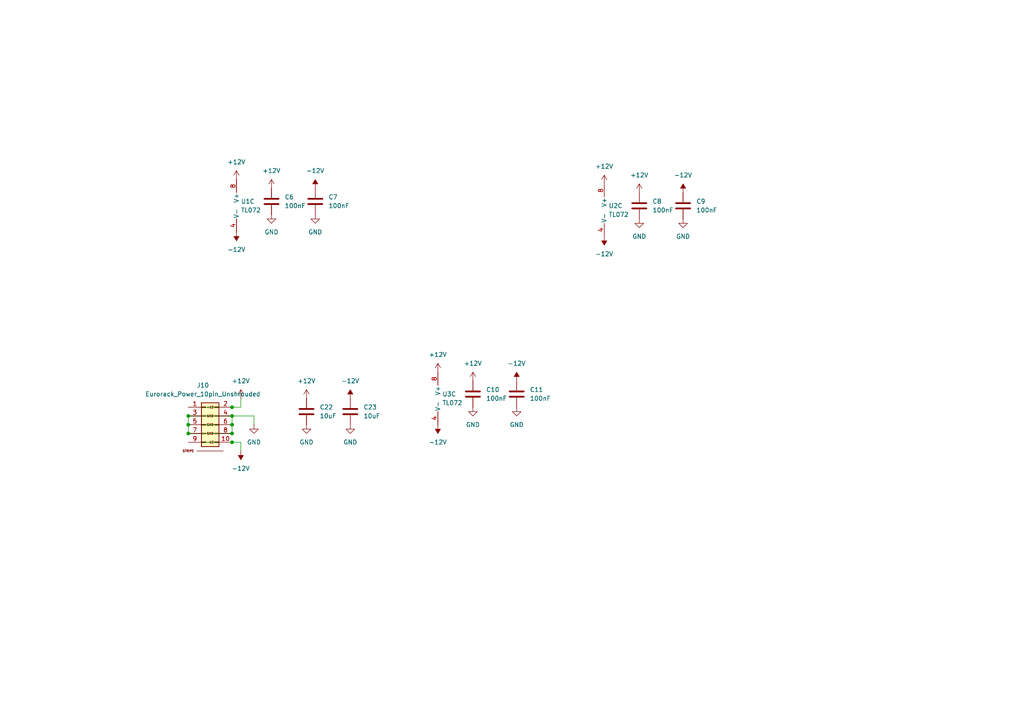
<source format=kicad_sch>
(kicad_sch
	(version 20231120)
	(generator "eeschema")
	(generator_version "8.0")
	(uuid "18517b59-2300-4175-9010-f737d91ca1d0")
	(paper "A4")
	(lib_symbols
		(symbol "Amplifier_Operational:TL082"
			(pin_names
				(offset 0.127)
			)
			(exclude_from_sim no)
			(in_bom yes)
			(on_board yes)
			(property "Reference" "U"
				(at 0 5.08 0)
				(effects
					(font
						(size 1.27 1.27)
					)
					(justify left)
				)
			)
			(property "Value" "TL082"
				(at 0 -5.08 0)
				(effects
					(font
						(size 1.27 1.27)
					)
					(justify left)
				)
			)
			(property "Footprint" ""
				(at 0 0 0)
				(effects
					(font
						(size 1.27 1.27)
					)
					(hide yes)
				)
			)
			(property "Datasheet" "http://www.ti.com/lit/ds/symlink/tl081.pdf"
				(at 0 0 0)
				(effects
					(font
						(size 1.27 1.27)
					)
					(hide yes)
				)
			)
			(property "Description" "Dual JFET-Input Operational Amplifiers, DIP-8/SOIC-8/SSOP-8"
				(at 0 0 0)
				(effects
					(font
						(size 1.27 1.27)
					)
					(hide yes)
				)
			)
			(property "ki_locked" ""
				(at 0 0 0)
				(effects
					(font
						(size 1.27 1.27)
					)
				)
			)
			(property "ki_keywords" "dual opamp"
				(at 0 0 0)
				(effects
					(font
						(size 1.27 1.27)
					)
					(hide yes)
				)
			)
			(property "ki_fp_filters" "SOIC*3.9x4.9mm*P1.27mm* DIP*W7.62mm* TO*99* OnSemi*Micro8* TSSOP*3x3mm*P0.65mm* TSSOP*4.4x3mm*P0.65mm* MSOP*3x3mm*P0.65mm* SSOP*3.9x4.9mm*P0.635mm* LFCSP*2x2mm*P0.5mm* *SIP* SOIC*5.3x6.2mm*P1.27mm*"
				(at 0 0 0)
				(effects
					(font
						(size 1.27 1.27)
					)
					(hide yes)
				)
			)
			(symbol "TL082_1_1"
				(polyline
					(pts
						(xy -5.08 5.08) (xy 5.08 0) (xy -5.08 -5.08) (xy -5.08 5.08)
					)
					(stroke
						(width 0.254)
						(type default)
					)
					(fill
						(type background)
					)
				)
				(pin output line
					(at 7.62 0 180)
					(length 2.54)
					(name "~"
						(effects
							(font
								(size 1.27 1.27)
							)
						)
					)
					(number "1"
						(effects
							(font
								(size 1.27 1.27)
							)
						)
					)
				)
				(pin input line
					(at -7.62 -2.54 0)
					(length 2.54)
					(name "-"
						(effects
							(font
								(size 1.27 1.27)
							)
						)
					)
					(number "2"
						(effects
							(font
								(size 1.27 1.27)
							)
						)
					)
				)
				(pin input line
					(at -7.62 2.54 0)
					(length 2.54)
					(name "+"
						(effects
							(font
								(size 1.27 1.27)
							)
						)
					)
					(number "3"
						(effects
							(font
								(size 1.27 1.27)
							)
						)
					)
				)
			)
			(symbol "TL082_2_1"
				(polyline
					(pts
						(xy -5.08 5.08) (xy 5.08 0) (xy -5.08 -5.08) (xy -5.08 5.08)
					)
					(stroke
						(width 0.254)
						(type default)
					)
					(fill
						(type background)
					)
				)
				(pin input line
					(at -7.62 2.54 0)
					(length 2.54)
					(name "+"
						(effects
							(font
								(size 1.27 1.27)
							)
						)
					)
					(number "5"
						(effects
							(font
								(size 1.27 1.27)
							)
						)
					)
				)
				(pin input line
					(at -7.62 -2.54 0)
					(length 2.54)
					(name "-"
						(effects
							(font
								(size 1.27 1.27)
							)
						)
					)
					(number "6"
						(effects
							(font
								(size 1.27 1.27)
							)
						)
					)
				)
				(pin output line
					(at 7.62 0 180)
					(length 2.54)
					(name "~"
						(effects
							(font
								(size 1.27 1.27)
							)
						)
					)
					(number "7"
						(effects
							(font
								(size 1.27 1.27)
							)
						)
					)
				)
			)
			(symbol "TL082_3_1"
				(pin power_in line
					(at -2.54 -7.62 90)
					(length 3.81)
					(name "V-"
						(effects
							(font
								(size 1.27 1.27)
							)
						)
					)
					(number "4"
						(effects
							(font
								(size 1.27 1.27)
							)
						)
					)
				)
				(pin power_in line
					(at -2.54 7.62 270)
					(length 3.81)
					(name "V+"
						(effects
							(font
								(size 1.27 1.27)
							)
						)
					)
					(number "8"
						(effects
							(font
								(size 1.27 1.27)
							)
						)
					)
				)
			)
		)
		(symbol "Device:C"
			(pin_numbers hide)
			(pin_names
				(offset 0.254)
			)
			(exclude_from_sim no)
			(in_bom yes)
			(on_board yes)
			(property "Reference" "C"
				(at 0.635 2.54 0)
				(effects
					(font
						(size 1.27 1.27)
					)
					(justify left)
				)
			)
			(property "Value" "C"
				(at 0.635 -2.54 0)
				(effects
					(font
						(size 1.27 1.27)
					)
					(justify left)
				)
			)
			(property "Footprint" ""
				(at 0.9652 -3.81 0)
				(effects
					(font
						(size 1.27 1.27)
					)
					(hide yes)
				)
			)
			(property "Datasheet" "~"
				(at 0 0 0)
				(effects
					(font
						(size 1.27 1.27)
					)
					(hide yes)
				)
			)
			(property "Description" "Unpolarized capacitor"
				(at 0 0 0)
				(effects
					(font
						(size 1.27 1.27)
					)
					(hide yes)
				)
			)
			(property "ki_keywords" "cap capacitor"
				(at 0 0 0)
				(effects
					(font
						(size 1.27 1.27)
					)
					(hide yes)
				)
			)
			(property "ki_fp_filters" "C_*"
				(at 0 0 0)
				(effects
					(font
						(size 1.27 1.27)
					)
					(hide yes)
				)
			)
			(symbol "C_0_1"
				(polyline
					(pts
						(xy -2.032 -0.762) (xy 2.032 -0.762)
					)
					(stroke
						(width 0.508)
						(type default)
					)
					(fill
						(type none)
					)
				)
				(polyline
					(pts
						(xy -2.032 0.762) (xy 2.032 0.762)
					)
					(stroke
						(width 0.508)
						(type default)
					)
					(fill
						(type none)
					)
				)
			)
			(symbol "C_1_1"
				(pin passive line
					(at 0 3.81 270)
					(length 2.794)
					(name "~"
						(effects
							(font
								(size 1.27 1.27)
							)
						)
					)
					(number "1"
						(effects
							(font
								(size 1.27 1.27)
							)
						)
					)
				)
				(pin passive line
					(at 0 -3.81 90)
					(length 2.794)
					(name "~"
						(effects
							(font
								(size 1.27 1.27)
							)
						)
					)
					(number "2"
						(effects
							(font
								(size 1.27 1.27)
							)
						)
					)
				)
			)
		)
		(symbol "PCM_4ms_Connector:Eurorack_Power_10pin_Unshrouded"
			(pin_names
				(offset 0.0254) hide)
			(exclude_from_sim no)
			(in_bom yes)
			(on_board yes)
			(property "Reference" "J"
				(at 0 3.81 0)
				(effects
					(font
						(size 1.27 1.27)
					)
				)
			)
			(property "Value" "Eurorack_Power_10pin_Unshrouded"
				(at 0 6.35 0)
				(effects
					(font
						(size 1.27 1.27)
					)
				)
			)
			(property "Footprint" "4ms_Connector:Pins_2x05_2.54mm_TH_Europower"
				(at 2.54 -13.97 0)
				(effects
					(font
						(size 1.27 1.27)
					)
					(hide yes)
				)
			)
			(property "Datasheet" ""
				(at 0 -30.48 0)
				(effects
					(font
						(size 1.27 1.27)
					)
					(hide yes)
				)
			)
			(property "Description" "HEADER 2x5 MALE PINS 0.100” 180deg"
				(at 0 0 0)
				(effects
					(font
						(size 1.27 1.27)
					)
					(hide yes)
				)
			)
			(property "Specifications" "HEADER 2x5 MALE PINS 0.100” 180deg"
				(at 0 -21.59 0)
				(effects
					(font
						(size 1.27 1.27)
					)
					(justify left)
					(hide yes)
				)
			)
			(property "Manufacturer" "TAD"
				(at 0 -19.05 0)
				(effects
					(font
						(size 1.27 1.27)
					)
					(justify left)
					(hide yes)
				)
			)
			(property "Part Number" "1-1002FBV0T"
				(at 0 -16.51 0)
				(effects
					(font
						(size 1.27 1.27)
					)
					(justify left)
					(hide yes)
				)
			)
			(property "ki_keywords" "Eurorack_Power_10pin_Unshrouded"
				(at 0 0 0)
				(effects
					(font
						(size 1.27 1.27)
					)
					(hide yes)
				)
			)
			(property "ki_fp_filters" "Pin_Header_Straight_2X* Pin_Header_Angled_2X* Socket_Strip_Straight_2X* Socket_Strip_Angled_2X* IDC_Header_Straight_*"
				(at 0 0 0)
				(effects
					(font
						(size 1.27 1.27)
					)
					(hide yes)
				)
			)
			(symbol "Eurorack_Power_10pin_Unshrouded_0_0"
				(text "+12"
					(at 0 1.27 0)
					(effects
						(font
							(size 0.635 0.635)
						)
					)
				)
				(text "-12"
					(at 0 -8.89 0)
					(effects
						(font
							(size 0.635 0.635)
						)
					)
				)
				(text "GND"
					(at 0 -6.35 0)
					(effects
						(font
							(size 0.635 0.635)
						)
					)
				)
				(text "GND"
					(at 0 -3.81 0)
					(effects
						(font
							(size 0.635 0.635)
						)
					)
				)
				(text "GND"
					(at 0 -1.27 0)
					(effects
						(font
							(size 0.635 0.635)
						)
					)
				)
				(text "STRIPE"
					(at -6.35 -11.43 0)
					(effects
						(font
							(size 0.635 0.635)
						)
					)
				)
			)
			(symbol "Eurorack_Power_10pin_Unshrouded_0_1"
				(rectangle
					(start -2.54 -10.16)
					(end 2.54 2.54)
					(stroke
						(width 0.254)
						(type default)
					)
					(fill
						(type background)
					)
				)
				(rectangle
					(start -2.54 -8.763)
					(end -1.27 -9.017)
					(stroke
						(width 0)
						(type default)
					)
					(fill
						(type none)
					)
				)
				(rectangle
					(start -2.54 -6.223)
					(end -1.27 -6.477)
					(stroke
						(width 0)
						(type default)
					)
					(fill
						(type none)
					)
				)
				(rectangle
					(start -2.54 -3.683)
					(end -1.27 -3.937)
					(stroke
						(width 0)
						(type default)
					)
					(fill
						(type none)
					)
				)
				(rectangle
					(start -2.54 -1.143)
					(end -1.27 -1.397)
					(stroke
						(width 0)
						(type default)
					)
					(fill
						(type none)
					)
				)
				(rectangle
					(start -2.54 1.397)
					(end -1.27 1.143)
					(stroke
						(width 0)
						(type default)
					)
					(fill
						(type none)
					)
				)
				(polyline
					(pts
						(xy -3.81 -11.43) (xy 3.81 -11.43) (xy 1.27 -11.43)
					)
					(stroke
						(width 0)
						(type default)
					)
					(fill
						(type none)
					)
				)
				(rectangle
					(start 1.27 -8.763)
					(end 2.54 -9.017)
					(stroke
						(width 0)
						(type default)
					)
					(fill
						(type none)
					)
				)
				(rectangle
					(start 1.27 -6.223)
					(end 2.54 -6.477)
					(stroke
						(width 0)
						(type default)
					)
					(fill
						(type none)
					)
				)
				(rectangle
					(start 1.27 -3.683)
					(end 2.54 -3.937)
					(stroke
						(width 0)
						(type default)
					)
					(fill
						(type none)
					)
				)
				(rectangle
					(start 1.27 -1.143)
					(end 2.54 -1.397)
					(stroke
						(width 0)
						(type default)
					)
					(fill
						(type none)
					)
				)
				(rectangle
					(start 1.27 1.397)
					(end 2.54 1.143)
					(stroke
						(width 0)
						(type default)
					)
					(fill
						(type none)
					)
				)
			)
			(symbol "Eurorack_Power_10pin_Unshrouded_1_1"
				(pin passive line
					(at -6.35 1.27 0)
					(length 3.81)
					(name "+12V"
						(effects
							(font
								(size 1.27 1.27)
							)
						)
					)
					(number "1"
						(effects
							(font
								(size 1.27 1.27)
							)
						)
					)
				)
				(pin passive line
					(at 6.35 -8.89 180)
					(length 3.81)
					(name "-12V"
						(effects
							(font
								(size 1.27 1.27)
							)
						)
					)
					(number "10"
						(effects
							(font
								(size 1.27 1.27)
							)
						)
					)
				)
				(pin passive line
					(at 6.35 1.27 180)
					(length 3.81)
					(name "+12V"
						(effects
							(font
								(size 1.27 1.27)
							)
						)
					)
					(number "2"
						(effects
							(font
								(size 1.27 1.27)
							)
						)
					)
				)
				(pin passive line
					(at -6.35 -1.27 0)
					(length 3.81)
					(name "GND"
						(effects
							(font
								(size 1.27 1.27)
							)
						)
					)
					(number "3"
						(effects
							(font
								(size 1.27 1.27)
							)
						)
					)
				)
				(pin passive line
					(at 6.35 -1.27 180)
					(length 3.81)
					(name "GND"
						(effects
							(font
								(size 1.27 1.27)
							)
						)
					)
					(number "4"
						(effects
							(font
								(size 1.27 1.27)
							)
						)
					)
				)
				(pin passive line
					(at -6.35 -3.81 0)
					(length 3.81)
					(name "GND"
						(effects
							(font
								(size 1.27 1.27)
							)
						)
					)
					(number "5"
						(effects
							(font
								(size 1.27 1.27)
							)
						)
					)
				)
				(pin passive line
					(at 6.35 -3.81 180)
					(length 3.81)
					(name "GND"
						(effects
							(font
								(size 1.27 1.27)
							)
						)
					)
					(number "6"
						(effects
							(font
								(size 1.27 1.27)
							)
						)
					)
				)
				(pin passive line
					(at -6.35 -6.35 0)
					(length 3.81)
					(name "GND"
						(effects
							(font
								(size 1.27 1.27)
							)
						)
					)
					(number "7"
						(effects
							(font
								(size 1.27 1.27)
							)
						)
					)
				)
				(pin passive line
					(at 6.35 -6.35 180)
					(length 3.81)
					(name "GND"
						(effects
							(font
								(size 1.27 1.27)
							)
						)
					)
					(number "8"
						(effects
							(font
								(size 1.27 1.27)
							)
						)
					)
				)
				(pin passive line
					(at -6.35 -8.89 0)
					(length 3.81)
					(name "-12V"
						(effects
							(font
								(size 1.27 1.27)
							)
						)
					)
					(number "9"
						(effects
							(font
								(size 1.27 1.27)
							)
						)
					)
				)
			)
		)
		(symbol "power:+12V"
			(power)
			(pin_numbers hide)
			(pin_names
				(offset 0) hide)
			(exclude_from_sim no)
			(in_bom yes)
			(on_board yes)
			(property "Reference" "#PWR"
				(at 0 -3.81 0)
				(effects
					(font
						(size 1.27 1.27)
					)
					(hide yes)
				)
			)
			(property "Value" "+12V"
				(at 0 3.556 0)
				(effects
					(font
						(size 1.27 1.27)
					)
				)
			)
			(property "Footprint" ""
				(at 0 0 0)
				(effects
					(font
						(size 1.27 1.27)
					)
					(hide yes)
				)
			)
			(property "Datasheet" ""
				(at 0 0 0)
				(effects
					(font
						(size 1.27 1.27)
					)
					(hide yes)
				)
			)
			(property "Description" "Power symbol creates a global label with name \"+12V\""
				(at 0 0 0)
				(effects
					(font
						(size 1.27 1.27)
					)
					(hide yes)
				)
			)
			(property "ki_keywords" "global power"
				(at 0 0 0)
				(effects
					(font
						(size 1.27 1.27)
					)
					(hide yes)
				)
			)
			(symbol "+12V_0_1"
				(polyline
					(pts
						(xy -0.762 1.27) (xy 0 2.54)
					)
					(stroke
						(width 0)
						(type default)
					)
					(fill
						(type none)
					)
				)
				(polyline
					(pts
						(xy 0 0) (xy 0 2.54)
					)
					(stroke
						(width 0)
						(type default)
					)
					(fill
						(type none)
					)
				)
				(polyline
					(pts
						(xy 0 2.54) (xy 0.762 1.27)
					)
					(stroke
						(width 0)
						(type default)
					)
					(fill
						(type none)
					)
				)
			)
			(symbol "+12V_1_1"
				(pin power_in line
					(at 0 0 90)
					(length 0)
					(name "~"
						(effects
							(font
								(size 1.27 1.27)
							)
						)
					)
					(number "1"
						(effects
							(font
								(size 1.27 1.27)
							)
						)
					)
				)
			)
		)
		(symbol "power:-12V"
			(power)
			(pin_numbers hide)
			(pin_names
				(offset 0) hide)
			(exclude_from_sim no)
			(in_bom yes)
			(on_board yes)
			(property "Reference" "#PWR"
				(at 0 -3.81 0)
				(effects
					(font
						(size 1.27 1.27)
					)
					(hide yes)
				)
			)
			(property "Value" "-12V"
				(at 0 3.556 0)
				(effects
					(font
						(size 1.27 1.27)
					)
				)
			)
			(property "Footprint" ""
				(at 0 0 0)
				(effects
					(font
						(size 1.27 1.27)
					)
					(hide yes)
				)
			)
			(property "Datasheet" ""
				(at 0 0 0)
				(effects
					(font
						(size 1.27 1.27)
					)
					(hide yes)
				)
			)
			(property "Description" "Power symbol creates a global label with name \"-12V\""
				(at 0 0 0)
				(effects
					(font
						(size 1.27 1.27)
					)
					(hide yes)
				)
			)
			(property "ki_keywords" "global power"
				(at 0 0 0)
				(effects
					(font
						(size 1.27 1.27)
					)
					(hide yes)
				)
			)
			(symbol "-12V_0_0"
				(pin power_in line
					(at 0 0 90)
					(length 0)
					(name "~"
						(effects
							(font
								(size 1.27 1.27)
							)
						)
					)
					(number "1"
						(effects
							(font
								(size 1.27 1.27)
							)
						)
					)
				)
			)
			(symbol "-12V_0_1"
				(polyline
					(pts
						(xy 0 0) (xy 0 1.27) (xy 0.762 1.27) (xy 0 2.54) (xy -0.762 1.27) (xy 0 1.27)
					)
					(stroke
						(width 0)
						(type default)
					)
					(fill
						(type outline)
					)
				)
			)
		)
		(symbol "power:GND"
			(power)
			(pin_numbers hide)
			(pin_names
				(offset 0) hide)
			(exclude_from_sim no)
			(in_bom yes)
			(on_board yes)
			(property "Reference" "#PWR"
				(at 0 -6.35 0)
				(effects
					(font
						(size 1.27 1.27)
					)
					(hide yes)
				)
			)
			(property "Value" "GND"
				(at 0 -3.81 0)
				(effects
					(font
						(size 1.27 1.27)
					)
				)
			)
			(property "Footprint" ""
				(at 0 0 0)
				(effects
					(font
						(size 1.27 1.27)
					)
					(hide yes)
				)
			)
			(property "Datasheet" ""
				(at 0 0 0)
				(effects
					(font
						(size 1.27 1.27)
					)
					(hide yes)
				)
			)
			(property "Description" "Power symbol creates a global label with name \"GND\" , ground"
				(at 0 0 0)
				(effects
					(font
						(size 1.27 1.27)
					)
					(hide yes)
				)
			)
			(property "ki_keywords" "global power"
				(at 0 0 0)
				(effects
					(font
						(size 1.27 1.27)
					)
					(hide yes)
				)
			)
			(symbol "GND_0_1"
				(polyline
					(pts
						(xy 0 0) (xy 0 -1.27) (xy 1.27 -1.27) (xy 0 -2.54) (xy -1.27 -1.27) (xy 0 -1.27)
					)
					(stroke
						(width 0)
						(type default)
					)
					(fill
						(type none)
					)
				)
			)
			(symbol "GND_1_1"
				(pin power_in line
					(at 0 0 270)
					(length 0)
					(name "~"
						(effects
							(font
								(size 1.27 1.27)
							)
						)
					)
					(number "1"
						(effects
							(font
								(size 1.27 1.27)
							)
						)
					)
				)
			)
		)
	)
	(junction
		(at 67.31 128.27)
		(diameter 0)
		(color 0 0 0 0)
		(uuid "6fa2bbdd-3374-4adc-a58e-d79056a5e1e9")
	)
	(junction
		(at 54.61 123.19)
		(diameter 0)
		(color 0 0 0 0)
		(uuid "79df0d67-32fb-4029-a001-2d0fc0f22b6e")
	)
	(junction
		(at 67.31 120.65)
		(diameter 0)
		(color 0 0 0 0)
		(uuid "9f936096-82f6-40d5-a69f-6bc1afdf9b05")
	)
	(junction
		(at 67.31 125.73)
		(diameter 0)
		(color 0 0 0 0)
		(uuid "b20130cd-1427-481b-a307-48fc7c3c38ee")
	)
	(junction
		(at 67.31 123.19)
		(diameter 0)
		(color 0 0 0 0)
		(uuid "d2077b12-bac6-4562-adbb-301ead282e00")
	)
	(junction
		(at 67.31 118.11)
		(diameter 0)
		(color 0 0 0 0)
		(uuid "f522b1fc-9f3e-44a1-8a6e-19608cfd8d9b")
	)
	(junction
		(at 54.61 120.65)
		(diameter 0)
		(color 0 0 0 0)
		(uuid "f6dd30a1-af3b-40ee-b2bd-cde9ce995afd")
	)
	(junction
		(at 54.61 125.73)
		(diameter 0)
		(color 0 0 0 0)
		(uuid "fd574b12-cefb-4136-b622-b210bdfea30b")
	)
	(wire
		(pts
			(xy 69.85 128.27) (xy 67.31 128.27)
		)
		(stroke
			(width 0)
			(type default)
		)
		(uuid "125f0aa1-7f8f-4973-a3ff-d939a547bba8")
	)
	(wire
		(pts
			(xy 73.66 123.19) (xy 73.66 120.65)
		)
		(stroke
			(width 0)
			(type default)
		)
		(uuid "33ab4f7a-037e-4110-b493-21b186312749")
	)
	(wire
		(pts
			(xy 54.61 123.19) (xy 54.61 125.73)
		)
		(stroke
			(width 0)
			(type default)
		)
		(uuid "4dba84ac-52b5-4baa-94be-a3bd6295087c")
	)
	(wire
		(pts
			(xy 73.66 120.65) (xy 67.31 120.65)
		)
		(stroke
			(width 0)
			(type default)
		)
		(uuid "4e21b14f-0d5c-48bd-888a-ce75d818ae3a")
	)
	(wire
		(pts
			(xy 67.31 120.65) (xy 67.31 123.19)
		)
		(stroke
			(width 0)
			(type default)
		)
		(uuid "7a1eeb34-ef73-4398-aed6-f2bf031517b1")
	)
	(wire
		(pts
			(xy 54.61 118.11) (xy 67.31 118.11)
		)
		(stroke
			(width 0)
			(type default)
		)
		(uuid "8c082b08-e464-4d8d-96f5-0a65f52829b4")
	)
	(wire
		(pts
			(xy 67.31 123.19) (xy 67.31 125.73)
		)
		(stroke
			(width 0)
			(type default)
		)
		(uuid "94010850-f2b9-438a-8213-506b3dcda3a1")
	)
	(wire
		(pts
			(xy 54.61 120.65) (xy 54.61 123.19)
		)
		(stroke
			(width 0)
			(type default)
		)
		(uuid "a0469c30-9511-458f-9eba-de4683283061")
	)
	(wire
		(pts
			(xy 69.85 118.11) (xy 67.31 118.11)
		)
		(stroke
			(width 0)
			(type default)
		)
		(uuid "bcf1f5e4-efba-45c9-96b6-5aac4efdcfc3")
	)
	(wire
		(pts
			(xy 54.61 120.65) (xy 67.31 120.65)
		)
		(stroke
			(width 0)
			(type default)
		)
		(uuid "c42303fc-9252-4a88-a315-f046180c685c")
	)
	(wire
		(pts
			(xy 69.85 115.57) (xy 69.85 118.11)
		)
		(stroke
			(width 0)
			(type default)
		)
		(uuid "d04f2f78-8540-421e-aeba-585fb85fb095")
	)
	(wire
		(pts
			(xy 69.85 130.81) (xy 69.85 128.27)
		)
		(stroke
			(width 0)
			(type default)
		)
		(uuid "df232cd7-3085-4a41-88f0-39106fc132be")
	)
	(wire
		(pts
			(xy 54.61 125.73) (xy 67.31 125.73)
		)
		(stroke
			(width 0)
			(type default)
		)
		(uuid "e9fb3f1b-7ba3-4be6-8087-7670d8912a64")
	)
	(wire
		(pts
			(xy 54.61 123.19) (xy 67.31 123.19)
		)
		(stroke
			(width 0)
			(type default)
		)
		(uuid "ee98c7d6-c6af-421b-9963-c9ab3fc44a7d")
	)
	(wire
		(pts
			(xy 54.61 128.27) (xy 67.31 128.27)
		)
		(stroke
			(width 0)
			(type default)
		)
		(uuid "f9b22aaf-1675-4a84-93c4-f1def85bd91c")
	)
	(symbol
		(lib_id "power:+12V")
		(at 137.16 110.49 0)
		(unit 1)
		(exclude_from_sim no)
		(in_bom yes)
		(on_board yes)
		(dnp no)
		(fields_autoplaced yes)
		(uuid "04e72af7-b467-4af7-864b-8554453d788c")
		(property "Reference" "#PWR028"
			(at 137.16 114.3 0)
			(effects
				(font
					(size 1.27 1.27)
				)
				(hide yes)
			)
		)
		(property "Value" "+12V"
			(at 137.16 105.41 0)
			(effects
				(font
					(size 1.27 1.27)
				)
			)
		)
		(property "Footprint" ""
			(at 137.16 110.49 0)
			(effects
				(font
					(size 1.27 1.27)
				)
				(hide yes)
			)
		)
		(property "Datasheet" ""
			(at 137.16 110.49 0)
			(effects
				(font
					(size 1.27 1.27)
				)
				(hide yes)
			)
		)
		(property "Description" "Power symbol creates a global label with name \"+12V\""
			(at 137.16 110.49 0)
			(effects
				(font
					(size 1.27 1.27)
				)
				(hide yes)
			)
		)
		(pin "1"
			(uuid "3e519212-2bba-48db-a6f4-05784cecafce")
		)
		(instances
			(project "bong0-fury"
				(path "/d7fbf0fc-2e72-47ef-ad93-715244ab8590/4e0b41a3-86c1-4208-9d4d-f11b07678021"
					(reference "#PWR028")
					(unit 1)
				)
			)
		)
	)
	(symbol
		(lib_id "power:GND")
		(at 88.9 123.19 0)
		(unit 1)
		(exclude_from_sim no)
		(in_bom yes)
		(on_board yes)
		(dnp no)
		(fields_autoplaced yes)
		(uuid "070b9ae1-d9be-4e69-b8b3-d0a7026f51f8")
		(property "Reference" "#PWR062"
			(at 88.9 129.54 0)
			(effects
				(font
					(size 1.27 1.27)
				)
				(hide yes)
			)
		)
		(property "Value" "GND"
			(at 88.9 128.27 0)
			(effects
				(font
					(size 1.27 1.27)
				)
			)
		)
		(property "Footprint" ""
			(at 88.9 123.19 0)
			(effects
				(font
					(size 1.27 1.27)
				)
				(hide yes)
			)
		)
		(property "Datasheet" ""
			(at 88.9 123.19 0)
			(effects
				(font
					(size 1.27 1.27)
				)
				(hide yes)
			)
		)
		(property "Description" "Power symbol creates a global label with name \"GND\" , ground"
			(at 88.9 123.19 0)
			(effects
				(font
					(size 1.27 1.27)
				)
				(hide yes)
			)
		)
		(pin "1"
			(uuid "46be13a1-893f-4593-b897-2ddd6ef06565")
		)
		(instances
			(project "bong0-fury"
				(path "/d7fbf0fc-2e72-47ef-ad93-715244ab8590/4e0b41a3-86c1-4208-9d4d-f11b07678021"
					(reference "#PWR062")
					(unit 1)
				)
			)
		)
	)
	(symbol
		(lib_id "power:GND")
		(at 185.42 63.5 0)
		(unit 1)
		(exclude_from_sim no)
		(in_bom yes)
		(on_board yes)
		(dnp no)
		(fields_autoplaced yes)
		(uuid "0d64d899-1ef5-4e34-b044-1549aaeda27d")
		(property "Reference" "#PWR023"
			(at 185.42 69.85 0)
			(effects
				(font
					(size 1.27 1.27)
				)
				(hide yes)
			)
		)
		(property "Value" "GND"
			(at 185.42 68.58 0)
			(effects
				(font
					(size 1.27 1.27)
				)
			)
		)
		(property "Footprint" ""
			(at 185.42 63.5 0)
			(effects
				(font
					(size 1.27 1.27)
				)
				(hide yes)
			)
		)
		(property "Datasheet" ""
			(at 185.42 63.5 0)
			(effects
				(font
					(size 1.27 1.27)
				)
				(hide yes)
			)
		)
		(property "Description" "Power symbol creates a global label with name \"GND\" , ground"
			(at 185.42 63.5 0)
			(effects
				(font
					(size 1.27 1.27)
				)
				(hide yes)
			)
		)
		(pin "1"
			(uuid "1a78a4ed-2d61-45aa-a2c6-82a927276cbc")
		)
		(instances
			(project "bong0-fury"
				(path "/d7fbf0fc-2e72-47ef-ad93-715244ab8590/4e0b41a3-86c1-4208-9d4d-f11b07678021"
					(reference "#PWR023")
					(unit 1)
				)
			)
		)
	)
	(symbol
		(lib_id "power:-12V")
		(at 69.85 130.81 180)
		(unit 1)
		(exclude_from_sim no)
		(in_bom yes)
		(on_board yes)
		(dnp no)
		(fields_autoplaced yes)
		(uuid "116ee637-3374-48b6-9337-09dc4b09c672")
		(property "Reference" "#PWR059"
			(at 69.85 127 0)
			(effects
				(font
					(size 1.27 1.27)
				)
				(hide yes)
			)
		)
		(property "Value" "-12V"
			(at 69.85 135.89 0)
			(effects
				(font
					(size 1.27 1.27)
				)
			)
		)
		(property "Footprint" ""
			(at 69.85 130.81 0)
			(effects
				(font
					(size 1.27 1.27)
				)
				(hide yes)
			)
		)
		(property "Datasheet" ""
			(at 69.85 130.81 0)
			(effects
				(font
					(size 1.27 1.27)
				)
				(hide yes)
			)
		)
		(property "Description" "Power symbol creates a global label with name \"-12V\""
			(at 69.85 130.81 0)
			(effects
				(font
					(size 1.27 1.27)
				)
				(hide yes)
			)
		)
		(pin "1"
			(uuid "944304be-314c-4e35-81ca-86e65f215f59")
		)
		(instances
			(project "bong0-fury"
				(path "/d7fbf0fc-2e72-47ef-ad93-715244ab8590/4e0b41a3-86c1-4208-9d4d-f11b07678021"
					(reference "#PWR059")
					(unit 1)
				)
			)
		)
	)
	(symbol
		(lib_id "Device:C")
		(at 88.9 119.38 0)
		(unit 1)
		(exclude_from_sim no)
		(in_bom yes)
		(on_board yes)
		(dnp no)
		(fields_autoplaced yes)
		(uuid "1478d195-c834-431f-9bdd-10572de434e2")
		(property "Reference" "C22"
			(at 92.71 118.1099 0)
			(effects
				(font
					(size 1.27 1.27)
				)
				(justify left)
			)
		)
		(property "Value" "10uF"
			(at 92.71 120.6499 0)
			(effects
				(font
					(size 1.27 1.27)
				)
				(justify left)
			)
		)
		(property "Footprint" "Capacitor_SMD:C_0603_1608Metric"
			(at 89.8652 123.19 0)
			(effects
				(font
					(size 1.27 1.27)
				)
				(hide yes)
			)
		)
		(property "Datasheet" "~"
			(at 88.9 119.38 0)
			(effects
				(font
					(size 1.27 1.27)
				)
				(hide yes)
			)
		)
		(property "Description" "Unpolarized capacitor"
			(at 88.9 119.38 0)
			(effects
				(font
					(size 1.27 1.27)
				)
				(hide yes)
			)
		)
		(pin "1"
			(uuid "251ba52a-69da-4c4c-a8c6-a08c629b3f51")
		)
		(pin "2"
			(uuid "53a1586e-19d8-4694-ba4d-b495ab647565")
		)
		(instances
			(project "bong0-fury"
				(path "/d7fbf0fc-2e72-47ef-ad93-715244ab8590/4e0b41a3-86c1-4208-9d4d-f11b07678021"
					(reference "C22")
					(unit 1)
				)
			)
		)
	)
	(symbol
		(lib_id "power:GND")
		(at 149.86 118.11 0)
		(unit 1)
		(exclude_from_sim no)
		(in_bom yes)
		(on_board yes)
		(dnp no)
		(fields_autoplaced yes)
		(uuid "170e668c-f538-4dd1-8888-aa27cdb69939")
		(property "Reference" "#PWR031"
			(at 149.86 124.46 0)
			(effects
				(font
					(size 1.27 1.27)
				)
				(hide yes)
			)
		)
		(property "Value" "GND"
			(at 149.86 123.19 0)
			(effects
				(font
					(size 1.27 1.27)
				)
			)
		)
		(property "Footprint" ""
			(at 149.86 118.11 0)
			(effects
				(font
					(size 1.27 1.27)
				)
				(hide yes)
			)
		)
		(property "Datasheet" ""
			(at 149.86 118.11 0)
			(effects
				(font
					(size 1.27 1.27)
				)
				(hide yes)
			)
		)
		(property "Description" "Power symbol creates a global label with name \"GND\" , ground"
			(at 149.86 118.11 0)
			(effects
				(font
					(size 1.27 1.27)
				)
				(hide yes)
			)
		)
		(pin "1"
			(uuid "797aedb6-7ac4-4c45-8508-d043f75a99d3")
		)
		(instances
			(project "bong0-fury"
				(path "/d7fbf0fc-2e72-47ef-ad93-715244ab8590/4e0b41a3-86c1-4208-9d4d-f11b07678021"
					(reference "#PWR031")
					(unit 1)
				)
			)
		)
	)
	(symbol
		(lib_id "Amplifier_Operational:TL082")
		(at 71.12 59.69 0)
		(unit 3)
		(exclude_from_sim no)
		(in_bom yes)
		(on_board yes)
		(dnp no)
		(fields_autoplaced yes)
		(uuid "18e50bac-269a-4f7e-9bba-1a915ac4740d")
		(property "Reference" "U1"
			(at 69.85 58.4199 0)
			(effects
				(font
					(size 1.27 1.27)
				)
				(justify left)
			)
		)
		(property "Value" "TL072"
			(at 69.85 60.9599 0)
			(effects
				(font
					(size 1.27 1.27)
				)
				(justify left)
			)
		)
		(property "Footprint" "Package_SO:TSSOP-8_4.4x3mm_P0.65mm"
			(at 71.12 59.69 0)
			(effects
				(font
					(size 1.27 1.27)
				)
				(hide yes)
			)
		)
		(property "Datasheet" "http://www.ti.com/lit/ds/symlink/tl081.pdf"
			(at 71.12 59.69 0)
			(effects
				(font
					(size 1.27 1.27)
				)
				(hide yes)
			)
		)
		(property "Description" "Dual JFET-Input Operational Amplifiers, DIP-8/SOIC-8/SSOP-8"
			(at 71.12 59.69 0)
			(effects
				(font
					(size 1.27 1.27)
				)
				(hide yes)
			)
		)
		(pin "8"
			(uuid "45508273-0ad5-40a5-b942-22c50dabce6c")
		)
		(pin "6"
			(uuid "783ea7b7-4431-4af1-a147-f69bdcf7bf33")
		)
		(pin "7"
			(uuid "effa49b1-f3f0-4f85-831d-bd8b1541bdb8")
		)
		(pin "4"
			(uuid "2371f85e-2a78-45c4-b84e-739e7623693f")
		)
		(pin "1"
			(uuid "306466d5-4743-425c-9d97-b09c12625392")
		)
		(pin "2"
			(uuid "8e183f16-92ea-40df-be01-1f4307cd4353")
		)
		(pin "3"
			(uuid "3c93d500-cbf8-4941-9fe0-5aa93c5afa44")
		)
		(pin "5"
			(uuid "1ab4951f-d901-43a4-88ce-5cd7e93ceb76")
		)
		(instances
			(project "bong0-fury"
				(path "/d7fbf0fc-2e72-47ef-ad93-715244ab8590/4e0b41a3-86c1-4208-9d4d-f11b07678021"
					(reference "U1")
					(unit 3)
				)
			)
		)
	)
	(symbol
		(lib_id "power:-12V")
		(at 198.12 55.88 0)
		(unit 1)
		(exclude_from_sim no)
		(in_bom yes)
		(on_board yes)
		(dnp no)
		(fields_autoplaced yes)
		(uuid "1e082da5-fe1a-4ab7-8f8c-aa0b8e7960c4")
		(property "Reference" "#PWR024"
			(at 198.12 59.69 0)
			(effects
				(font
					(size 1.27 1.27)
				)
				(hide yes)
			)
		)
		(property "Value" "-12V"
			(at 198.12 50.8 0)
			(effects
				(font
					(size 1.27 1.27)
				)
			)
		)
		(property "Footprint" ""
			(at 198.12 55.88 0)
			(effects
				(font
					(size 1.27 1.27)
				)
				(hide yes)
			)
		)
		(property "Datasheet" ""
			(at 198.12 55.88 0)
			(effects
				(font
					(size 1.27 1.27)
				)
				(hide yes)
			)
		)
		(property "Description" "Power symbol creates a global label with name \"-12V\""
			(at 198.12 55.88 0)
			(effects
				(font
					(size 1.27 1.27)
				)
				(hide yes)
			)
		)
		(pin "1"
			(uuid "7557c69c-6a47-4c62-9d76-1a84328d0cf4")
		)
		(instances
			(project "bong0-fury"
				(path "/d7fbf0fc-2e72-47ef-ad93-715244ab8590/4e0b41a3-86c1-4208-9d4d-f11b07678021"
					(reference "#PWR024")
					(unit 1)
				)
			)
		)
	)
	(symbol
		(lib_id "power:-12V")
		(at 68.58 67.31 180)
		(unit 1)
		(exclude_from_sim no)
		(in_bom yes)
		(on_board yes)
		(dnp no)
		(fields_autoplaced yes)
		(uuid "245d4920-ee16-4b4d-a056-b6009d556012")
		(property "Reference" "#PWR010"
			(at 68.58 63.5 0)
			(effects
				(font
					(size 1.27 1.27)
				)
				(hide yes)
			)
		)
		(property "Value" "-12V"
			(at 68.58 72.39 0)
			(effects
				(font
					(size 1.27 1.27)
				)
			)
		)
		(property "Footprint" ""
			(at 68.58 67.31 0)
			(effects
				(font
					(size 1.27 1.27)
				)
				(hide yes)
			)
		)
		(property "Datasheet" ""
			(at 68.58 67.31 0)
			(effects
				(font
					(size 1.27 1.27)
				)
				(hide yes)
			)
		)
		(property "Description" "Power symbol creates a global label with name \"-12V\""
			(at 68.58 67.31 0)
			(effects
				(font
					(size 1.27 1.27)
				)
				(hide yes)
			)
		)
		(pin "1"
			(uuid "ba6734dd-14d4-41ce-bfe4-31240ae099e2")
		)
		(instances
			(project "bong0-fury"
				(path "/d7fbf0fc-2e72-47ef-ad93-715244ab8590/4e0b41a3-86c1-4208-9d4d-f11b07678021"
					(reference "#PWR010")
					(unit 1)
				)
			)
		)
	)
	(symbol
		(lib_id "power:-12V")
		(at 149.86 110.49 0)
		(unit 1)
		(exclude_from_sim no)
		(in_bom yes)
		(on_board yes)
		(dnp no)
		(fields_autoplaced yes)
		(uuid "25c50a0d-8151-4e1d-b956-4e94bc608da3")
		(property "Reference" "#PWR030"
			(at 149.86 114.3 0)
			(effects
				(font
					(size 1.27 1.27)
				)
				(hide yes)
			)
		)
		(property "Value" "-12V"
			(at 149.86 105.41 0)
			(effects
				(font
					(size 1.27 1.27)
				)
			)
		)
		(property "Footprint" ""
			(at 149.86 110.49 0)
			(effects
				(font
					(size 1.27 1.27)
				)
				(hide yes)
			)
		)
		(property "Datasheet" ""
			(at 149.86 110.49 0)
			(effects
				(font
					(size 1.27 1.27)
				)
				(hide yes)
			)
		)
		(property "Description" "Power symbol creates a global label with name \"-12V\""
			(at 149.86 110.49 0)
			(effects
				(font
					(size 1.27 1.27)
				)
				(hide yes)
			)
		)
		(pin "1"
			(uuid "ccf4e4ed-f55f-4a3f-8c69-e035bc3d4355")
		)
		(instances
			(project "bong0-fury"
				(path "/d7fbf0fc-2e72-47ef-ad93-715244ab8590/4e0b41a3-86c1-4208-9d4d-f11b07678021"
					(reference "#PWR030")
					(unit 1)
				)
			)
		)
	)
	(symbol
		(lib_id "Device:C")
		(at 198.12 59.69 0)
		(unit 1)
		(exclude_from_sim no)
		(in_bom yes)
		(on_board yes)
		(dnp no)
		(fields_autoplaced yes)
		(uuid "294112b4-e4df-49d1-b1e1-431ade7b6d08")
		(property "Reference" "C9"
			(at 201.93 58.4199 0)
			(effects
				(font
					(size 1.27 1.27)
				)
				(justify left)
			)
		)
		(property "Value" "100nF"
			(at 201.93 60.9599 0)
			(effects
				(font
					(size 1.27 1.27)
				)
				(justify left)
			)
		)
		(property "Footprint" "Capacitor_SMD:C_0603_1608Metric"
			(at 199.0852 63.5 0)
			(effects
				(font
					(size 1.27 1.27)
				)
				(hide yes)
			)
		)
		(property "Datasheet" "~"
			(at 198.12 59.69 0)
			(effects
				(font
					(size 1.27 1.27)
				)
				(hide yes)
			)
		)
		(property "Description" "Unpolarized capacitor"
			(at 198.12 59.69 0)
			(effects
				(font
					(size 1.27 1.27)
				)
				(hide yes)
			)
		)
		(pin "1"
			(uuid "1752e4c9-86f9-48cb-bdaf-75323b5100e4")
		)
		(pin "2"
			(uuid "661684fd-12ff-488b-ab97-bf6c0537654a")
		)
		(instances
			(project "bong0-fury"
				(path "/d7fbf0fc-2e72-47ef-ad93-715244ab8590/4e0b41a3-86c1-4208-9d4d-f11b07678021"
					(reference "C9")
					(unit 1)
				)
			)
		)
	)
	(symbol
		(lib_id "Device:C")
		(at 78.74 58.42 0)
		(unit 1)
		(exclude_from_sim no)
		(in_bom yes)
		(on_board yes)
		(dnp no)
		(fields_autoplaced yes)
		(uuid "3018bad2-0093-4ed9-aee6-09c0f1d3088f")
		(property "Reference" "C6"
			(at 82.55 57.1499 0)
			(effects
				(font
					(size 1.27 1.27)
				)
				(justify left)
			)
		)
		(property "Value" "100nF"
			(at 82.55 59.6899 0)
			(effects
				(font
					(size 1.27 1.27)
				)
				(justify left)
			)
		)
		(property "Footprint" "Capacitor_SMD:C_0603_1608Metric"
			(at 79.7052 62.23 0)
			(effects
				(font
					(size 1.27 1.27)
				)
				(hide yes)
			)
		)
		(property "Datasheet" "~"
			(at 78.74 58.42 0)
			(effects
				(font
					(size 1.27 1.27)
				)
				(hide yes)
			)
		)
		(property "Description" "Unpolarized capacitor"
			(at 78.74 58.42 0)
			(effects
				(font
					(size 1.27 1.27)
				)
				(hide yes)
			)
		)
		(pin "1"
			(uuid "48eea93c-85f0-4412-9e56-9aecff67b5d1")
		)
		(pin "2"
			(uuid "13129cb4-353e-4d83-b8ec-04aaaa76f981")
		)
		(instances
			(project "bong0-fury"
				(path "/d7fbf0fc-2e72-47ef-ad93-715244ab8590/4e0b41a3-86c1-4208-9d4d-f11b07678021"
					(reference "C6")
					(unit 1)
				)
			)
		)
	)
	(symbol
		(lib_id "power:GND")
		(at 91.44 62.23 0)
		(unit 1)
		(exclude_from_sim no)
		(in_bom yes)
		(on_board yes)
		(dnp no)
		(fields_autoplaced yes)
		(uuid "32f2a037-e84a-48fd-9b20-a64a980644c9")
		(property "Reference" "#PWR016"
			(at 91.44 68.58 0)
			(effects
				(font
					(size 1.27 1.27)
				)
				(hide yes)
			)
		)
		(property "Value" "GND"
			(at 91.44 67.31 0)
			(effects
				(font
					(size 1.27 1.27)
				)
			)
		)
		(property "Footprint" ""
			(at 91.44 62.23 0)
			(effects
				(font
					(size 1.27 1.27)
				)
				(hide yes)
			)
		)
		(property "Datasheet" ""
			(at 91.44 62.23 0)
			(effects
				(font
					(size 1.27 1.27)
				)
				(hide yes)
			)
		)
		(property "Description" "Power symbol creates a global label with name \"GND\" , ground"
			(at 91.44 62.23 0)
			(effects
				(font
					(size 1.27 1.27)
				)
				(hide yes)
			)
		)
		(pin "1"
			(uuid "bd8f5525-4600-46b6-a568-3d1dd7813f83")
		)
		(instances
			(project "bong0-fury"
				(path "/d7fbf0fc-2e72-47ef-ad93-715244ab8590/4e0b41a3-86c1-4208-9d4d-f11b07678021"
					(reference "#PWR016")
					(unit 1)
				)
			)
		)
	)
	(symbol
		(lib_id "power:+12V")
		(at 69.85 115.57 0)
		(unit 1)
		(exclude_from_sim no)
		(in_bom yes)
		(on_board yes)
		(dnp no)
		(fields_autoplaced yes)
		(uuid "3665541b-7ac1-4649-8b9a-d66796014261")
		(property "Reference" "#PWR058"
			(at 69.85 119.38 0)
			(effects
				(font
					(size 1.27 1.27)
				)
				(hide yes)
			)
		)
		(property "Value" "+12V"
			(at 69.85 110.49 0)
			(effects
				(font
					(size 1.27 1.27)
				)
			)
		)
		(property "Footprint" ""
			(at 69.85 115.57 0)
			(effects
				(font
					(size 1.27 1.27)
				)
				(hide yes)
			)
		)
		(property "Datasheet" ""
			(at 69.85 115.57 0)
			(effects
				(font
					(size 1.27 1.27)
				)
				(hide yes)
			)
		)
		(property "Description" "Power symbol creates a global label with name \"+12V\""
			(at 69.85 115.57 0)
			(effects
				(font
					(size 1.27 1.27)
				)
				(hide yes)
			)
		)
		(pin "1"
			(uuid "7cd256bc-9fcc-49f5-8008-0e777cba1477")
		)
		(instances
			(project "bong0-fury"
				(path "/d7fbf0fc-2e72-47ef-ad93-715244ab8590/4e0b41a3-86c1-4208-9d4d-f11b07678021"
					(reference "#PWR058")
					(unit 1)
				)
			)
		)
	)
	(symbol
		(lib_id "power:GND")
		(at 198.12 63.5 0)
		(unit 1)
		(exclude_from_sim no)
		(in_bom yes)
		(on_board yes)
		(dnp no)
		(fields_autoplaced yes)
		(uuid "39769a05-57cd-42bb-950f-bdd7d0dc39be")
		(property "Reference" "#PWR025"
			(at 198.12 69.85 0)
			(effects
				(font
					(size 1.27 1.27)
				)
				(hide yes)
			)
		)
		(property "Value" "GND"
			(at 198.12 68.58 0)
			(effects
				(font
					(size 1.27 1.27)
				)
			)
		)
		(property "Footprint" ""
			(at 198.12 63.5 0)
			(effects
				(font
					(size 1.27 1.27)
				)
				(hide yes)
			)
		)
		(property "Datasheet" ""
			(at 198.12 63.5 0)
			(effects
				(font
					(size 1.27 1.27)
				)
				(hide yes)
			)
		)
		(property "Description" "Power symbol creates a global label with name \"GND\" , ground"
			(at 198.12 63.5 0)
			(effects
				(font
					(size 1.27 1.27)
				)
				(hide yes)
			)
		)
		(pin "1"
			(uuid "8636bb8e-f3e5-48bf-a576-204c5e34c118")
		)
		(instances
			(project "bong0-fury"
				(path "/d7fbf0fc-2e72-47ef-ad93-715244ab8590/4e0b41a3-86c1-4208-9d4d-f11b07678021"
					(reference "#PWR025")
					(unit 1)
				)
			)
		)
	)
	(symbol
		(lib_id "power:+12V")
		(at 185.42 55.88 0)
		(unit 1)
		(exclude_from_sim no)
		(in_bom yes)
		(on_board yes)
		(dnp no)
		(fields_autoplaced yes)
		(uuid "48491516-23d3-4187-a836-eae112df9e87")
		(property "Reference" "#PWR022"
			(at 185.42 59.69 0)
			(effects
				(font
					(size 1.27 1.27)
				)
				(hide yes)
			)
		)
		(property "Value" "+12V"
			(at 185.42 50.8 0)
			(effects
				(font
					(size 1.27 1.27)
				)
			)
		)
		(property "Footprint" ""
			(at 185.42 55.88 0)
			(effects
				(font
					(size 1.27 1.27)
				)
				(hide yes)
			)
		)
		(property "Datasheet" ""
			(at 185.42 55.88 0)
			(effects
				(font
					(size 1.27 1.27)
				)
				(hide yes)
			)
		)
		(property "Description" "Power symbol creates a global label with name \"+12V\""
			(at 185.42 55.88 0)
			(effects
				(font
					(size 1.27 1.27)
				)
				(hide yes)
			)
		)
		(pin "1"
			(uuid "7177711a-ee67-41b2-b960-ba46067505cb")
		)
		(instances
			(project "bong0-fury"
				(path "/d7fbf0fc-2e72-47ef-ad93-715244ab8590/4e0b41a3-86c1-4208-9d4d-f11b07678021"
					(reference "#PWR022")
					(unit 1)
				)
			)
		)
	)
	(symbol
		(lib_id "power:+12V")
		(at 175.26 53.34 0)
		(unit 1)
		(exclude_from_sim no)
		(in_bom yes)
		(on_board yes)
		(dnp no)
		(fields_autoplaced yes)
		(uuid "4dd41b3a-1acc-491f-a6a3-34eed66fe141")
		(property "Reference" "#PWR020"
			(at 175.26 57.15 0)
			(effects
				(font
					(size 1.27 1.27)
				)
				(hide yes)
			)
		)
		(property "Value" "+12V"
			(at 175.26 48.26 0)
			(effects
				(font
					(size 1.27 1.27)
				)
			)
		)
		(property "Footprint" ""
			(at 175.26 53.34 0)
			(effects
				(font
					(size 1.27 1.27)
				)
				(hide yes)
			)
		)
		(property "Datasheet" ""
			(at 175.26 53.34 0)
			(effects
				(font
					(size 1.27 1.27)
				)
				(hide yes)
			)
		)
		(property "Description" "Power symbol creates a global label with name \"+12V\""
			(at 175.26 53.34 0)
			(effects
				(font
					(size 1.27 1.27)
				)
				(hide yes)
			)
		)
		(pin "1"
			(uuid "715e760b-d5df-4744-8807-5ef482e4d145")
		)
		(instances
			(project "bong0-fury"
				(path "/d7fbf0fc-2e72-47ef-ad93-715244ab8590/4e0b41a3-86c1-4208-9d4d-f11b07678021"
					(reference "#PWR020")
					(unit 1)
				)
			)
		)
	)
	(symbol
		(lib_id "power:GND")
		(at 73.66 123.19 0)
		(unit 1)
		(exclude_from_sim no)
		(in_bom yes)
		(on_board yes)
		(dnp no)
		(fields_autoplaced yes)
		(uuid "56f8ebb1-d638-4863-be01-d6cc51961983")
		(property "Reference" "#PWR060"
			(at 73.66 129.54 0)
			(effects
				(font
					(size 1.27 1.27)
				)
				(hide yes)
			)
		)
		(property "Value" "GND"
			(at 73.66 128.27 0)
			(effects
				(font
					(size 1.27 1.27)
				)
			)
		)
		(property "Footprint" ""
			(at 73.66 123.19 0)
			(effects
				(font
					(size 1.27 1.27)
				)
				(hide yes)
			)
		)
		(property "Datasheet" ""
			(at 73.66 123.19 0)
			(effects
				(font
					(size 1.27 1.27)
				)
				(hide yes)
			)
		)
		(property "Description" "Power symbol creates a global label with name \"GND\" , ground"
			(at 73.66 123.19 0)
			(effects
				(font
					(size 1.27 1.27)
				)
				(hide yes)
			)
		)
		(pin "1"
			(uuid "80b65be0-a8a3-47b1-916c-ceef9e397b3c")
		)
		(instances
			(project "bong0-fury"
				(path "/d7fbf0fc-2e72-47ef-ad93-715244ab8590/4e0b41a3-86c1-4208-9d4d-f11b07678021"
					(reference "#PWR060")
					(unit 1)
				)
			)
		)
	)
	(symbol
		(lib_id "Device:C")
		(at 137.16 114.3 0)
		(unit 1)
		(exclude_from_sim no)
		(in_bom yes)
		(on_board yes)
		(dnp no)
		(fields_autoplaced yes)
		(uuid "5f816a6f-2879-40d4-9794-392b4dfc272a")
		(property "Reference" "C10"
			(at 140.97 113.0299 0)
			(effects
				(font
					(size 1.27 1.27)
				)
				(justify left)
			)
		)
		(property "Value" "100nF"
			(at 140.97 115.5699 0)
			(effects
				(font
					(size 1.27 1.27)
				)
				(justify left)
			)
		)
		(property "Footprint" "Capacitor_SMD:C_0603_1608Metric"
			(at 138.1252 118.11 0)
			(effects
				(font
					(size 1.27 1.27)
				)
				(hide yes)
			)
		)
		(property "Datasheet" "~"
			(at 137.16 114.3 0)
			(effects
				(font
					(size 1.27 1.27)
				)
				(hide yes)
			)
		)
		(property "Description" "Unpolarized capacitor"
			(at 137.16 114.3 0)
			(effects
				(font
					(size 1.27 1.27)
				)
				(hide yes)
			)
		)
		(pin "1"
			(uuid "f2691da8-d123-438e-a950-0982d9a3846c")
		)
		(pin "2"
			(uuid "8104adb6-726a-488a-9aa7-3be5f9e6a1ca")
		)
		(instances
			(project "bong0-fury"
				(path "/d7fbf0fc-2e72-47ef-ad93-715244ab8590/4e0b41a3-86c1-4208-9d4d-f11b07678021"
					(reference "C10")
					(unit 1)
				)
			)
		)
	)
	(symbol
		(lib_id "power:-12V")
		(at 91.44 54.61 0)
		(unit 1)
		(exclude_from_sim no)
		(in_bom yes)
		(on_board yes)
		(dnp no)
		(fields_autoplaced yes)
		(uuid "6e9eef38-88ae-4069-bc77-a5197e098ad7")
		(property "Reference" "#PWR015"
			(at 91.44 58.42 0)
			(effects
				(font
					(size 1.27 1.27)
				)
				(hide yes)
			)
		)
		(property "Value" "-12V"
			(at 91.44 49.53 0)
			(effects
				(font
					(size 1.27 1.27)
				)
			)
		)
		(property "Footprint" ""
			(at 91.44 54.61 0)
			(effects
				(font
					(size 1.27 1.27)
				)
				(hide yes)
			)
		)
		(property "Datasheet" ""
			(at 91.44 54.61 0)
			(effects
				(font
					(size 1.27 1.27)
				)
				(hide yes)
			)
		)
		(property "Description" "Power symbol creates a global label with name \"-12V\""
			(at 91.44 54.61 0)
			(effects
				(font
					(size 1.27 1.27)
				)
				(hide yes)
			)
		)
		(pin "1"
			(uuid "0b4cef44-8bd4-4717-ad5f-d2bbada0cca5")
		)
		(instances
			(project "bong0-fury"
				(path "/d7fbf0fc-2e72-47ef-ad93-715244ab8590/4e0b41a3-86c1-4208-9d4d-f11b07678021"
					(reference "#PWR015")
					(unit 1)
				)
			)
		)
	)
	(symbol
		(lib_id "Amplifier_Operational:TL082")
		(at 129.54 115.57 0)
		(unit 3)
		(exclude_from_sim no)
		(in_bom yes)
		(on_board yes)
		(dnp no)
		(fields_autoplaced yes)
		(uuid "70cca2d3-42f4-4d55-a297-872aecad1aba")
		(property "Reference" "U3"
			(at 128.27 114.2999 0)
			(effects
				(font
					(size 1.27 1.27)
				)
				(justify left)
			)
		)
		(property "Value" "TL072"
			(at 128.27 116.8399 0)
			(effects
				(font
					(size 1.27 1.27)
				)
				(justify left)
			)
		)
		(property "Footprint" "Package_SO:TSSOP-8_4.4x3mm_P0.65mm"
			(at 129.54 115.57 0)
			(effects
				(font
					(size 1.27 1.27)
				)
				(hide yes)
			)
		)
		(property "Datasheet" "http://www.ti.com/lit/ds/symlink/tl081.pdf"
			(at 129.54 115.57 0)
			(effects
				(font
					(size 1.27 1.27)
				)
				(hide yes)
			)
		)
		(property "Description" "Dual JFET-Input Operational Amplifiers, DIP-8/SOIC-8/SSOP-8"
			(at 129.54 115.57 0)
			(effects
				(font
					(size 1.27 1.27)
				)
				(hide yes)
			)
		)
		(pin "8"
			(uuid "fb3948a6-cc9c-4a84-accf-24ce0b838444")
		)
		(pin "6"
			(uuid "783ea7b7-4431-4af1-a147-f69bdcf7bf33")
		)
		(pin "7"
			(uuid "effa49b1-f3f0-4f85-831d-bd8b1541bdb8")
		)
		(pin "4"
			(uuid "cde2736d-6001-4228-a656-c130b02b96a9")
		)
		(pin "1"
			(uuid "306466d5-4743-425c-9d97-b09c12625392")
		)
		(pin "2"
			(uuid "8e183f16-92ea-40df-be01-1f4307cd4353")
		)
		(pin "3"
			(uuid "3c93d500-cbf8-4941-9fe0-5aa93c5afa44")
		)
		(pin "5"
			(uuid "1ab4951f-d901-43a4-88ce-5cd7e93ceb76")
		)
		(instances
			(project "bong0-fury"
				(path "/d7fbf0fc-2e72-47ef-ad93-715244ab8590/4e0b41a3-86c1-4208-9d4d-f11b07678021"
					(reference "U3")
					(unit 3)
				)
			)
		)
	)
	(symbol
		(lib_id "power:+12V")
		(at 127 107.95 0)
		(unit 1)
		(exclude_from_sim no)
		(in_bom yes)
		(on_board yes)
		(dnp no)
		(fields_autoplaced yes)
		(uuid "8ee23895-96c9-46f7-830b-f5efc4bad902")
		(property "Reference" "#PWR026"
			(at 127 111.76 0)
			(effects
				(font
					(size 1.27 1.27)
				)
				(hide yes)
			)
		)
		(property "Value" "+12V"
			(at 127 102.87 0)
			(effects
				(font
					(size 1.27 1.27)
				)
			)
		)
		(property "Footprint" ""
			(at 127 107.95 0)
			(effects
				(font
					(size 1.27 1.27)
				)
				(hide yes)
			)
		)
		(property "Datasheet" ""
			(at 127 107.95 0)
			(effects
				(font
					(size 1.27 1.27)
				)
				(hide yes)
			)
		)
		(property "Description" "Power symbol creates a global label with name \"+12V\""
			(at 127 107.95 0)
			(effects
				(font
					(size 1.27 1.27)
				)
				(hide yes)
			)
		)
		(pin "1"
			(uuid "88da48ec-9b07-48c8-8763-85afac595a50")
		)
		(instances
			(project "bong0-fury"
				(path "/d7fbf0fc-2e72-47ef-ad93-715244ab8590/4e0b41a3-86c1-4208-9d4d-f11b07678021"
					(reference "#PWR026")
					(unit 1)
				)
			)
		)
	)
	(symbol
		(lib_id "Device:C")
		(at 185.42 59.69 0)
		(unit 1)
		(exclude_from_sim no)
		(in_bom yes)
		(on_board yes)
		(dnp no)
		(fields_autoplaced yes)
		(uuid "9983906b-ec5a-4912-898a-6aa48c600265")
		(property "Reference" "C8"
			(at 189.23 58.4199 0)
			(effects
				(font
					(size 1.27 1.27)
				)
				(justify left)
			)
		)
		(property "Value" "100nF"
			(at 189.23 60.9599 0)
			(effects
				(font
					(size 1.27 1.27)
				)
				(justify left)
			)
		)
		(property "Footprint" "Capacitor_SMD:C_0603_1608Metric"
			(at 186.3852 63.5 0)
			(effects
				(font
					(size 1.27 1.27)
				)
				(hide yes)
			)
		)
		(property "Datasheet" "~"
			(at 185.42 59.69 0)
			(effects
				(font
					(size 1.27 1.27)
				)
				(hide yes)
			)
		)
		(property "Description" "Unpolarized capacitor"
			(at 185.42 59.69 0)
			(effects
				(font
					(size 1.27 1.27)
				)
				(hide yes)
			)
		)
		(pin "1"
			(uuid "40272d93-402c-4a5b-8aa4-03359ef06261")
		)
		(pin "2"
			(uuid "db313846-10ec-43cb-9007-20cfbf2ab89c")
		)
		(instances
			(project "bong0-fury"
				(path "/d7fbf0fc-2e72-47ef-ad93-715244ab8590/4e0b41a3-86c1-4208-9d4d-f11b07678021"
					(reference "C8")
					(unit 1)
				)
			)
		)
	)
	(symbol
		(lib_id "power:-12V")
		(at 175.26 68.58 180)
		(unit 1)
		(exclude_from_sim no)
		(in_bom yes)
		(on_board yes)
		(dnp no)
		(fields_autoplaced yes)
		(uuid "9ef66593-d65b-42e6-bfc1-09a0388f25c2")
		(property "Reference" "#PWR021"
			(at 175.26 64.77 0)
			(effects
				(font
					(size 1.27 1.27)
				)
				(hide yes)
			)
		)
		(property "Value" "-12V"
			(at 175.26 73.66 0)
			(effects
				(font
					(size 1.27 1.27)
				)
			)
		)
		(property "Footprint" ""
			(at 175.26 68.58 0)
			(effects
				(font
					(size 1.27 1.27)
				)
				(hide yes)
			)
		)
		(property "Datasheet" ""
			(at 175.26 68.58 0)
			(effects
				(font
					(size 1.27 1.27)
				)
				(hide yes)
			)
		)
		(property "Description" "Power symbol creates a global label with name \"-12V\""
			(at 175.26 68.58 0)
			(effects
				(font
					(size 1.27 1.27)
				)
				(hide yes)
			)
		)
		(pin "1"
			(uuid "cd79c292-e496-48be-8c4a-50d63aea5dcb")
		)
		(instances
			(project "bong0-fury"
				(path "/d7fbf0fc-2e72-47ef-ad93-715244ab8590/4e0b41a3-86c1-4208-9d4d-f11b07678021"
					(reference "#PWR021")
					(unit 1)
				)
			)
		)
	)
	(symbol
		(lib_id "power:-12V")
		(at 101.6 115.57 0)
		(unit 1)
		(exclude_from_sim no)
		(in_bom yes)
		(on_board yes)
		(dnp no)
		(fields_autoplaced yes)
		(uuid "a1bbec90-29d4-4d3b-b8b7-792e10f0ca25")
		(property "Reference" "#PWR063"
			(at 101.6 119.38 0)
			(effects
				(font
					(size 1.27 1.27)
				)
				(hide yes)
			)
		)
		(property "Value" "-12V"
			(at 101.6 110.49 0)
			(effects
				(font
					(size 1.27 1.27)
				)
			)
		)
		(property "Footprint" ""
			(at 101.6 115.57 0)
			(effects
				(font
					(size 1.27 1.27)
				)
				(hide yes)
			)
		)
		(property "Datasheet" ""
			(at 101.6 115.57 0)
			(effects
				(font
					(size 1.27 1.27)
				)
				(hide yes)
			)
		)
		(property "Description" "Power symbol creates a global label with name \"-12V\""
			(at 101.6 115.57 0)
			(effects
				(font
					(size 1.27 1.27)
				)
				(hide yes)
			)
		)
		(pin "1"
			(uuid "6c1eed90-eec0-41ae-b672-89b5a6cbf96a")
		)
		(instances
			(project "bong0-fury"
				(path "/d7fbf0fc-2e72-47ef-ad93-715244ab8590/4e0b41a3-86c1-4208-9d4d-f11b07678021"
					(reference "#PWR063")
					(unit 1)
				)
			)
		)
	)
	(symbol
		(lib_id "power:+12V")
		(at 88.9 115.57 0)
		(unit 1)
		(exclude_from_sim no)
		(in_bom yes)
		(on_board yes)
		(dnp no)
		(fields_autoplaced yes)
		(uuid "aad692b4-4d95-43c5-a45a-1f80b89e3166")
		(property "Reference" "#PWR061"
			(at 88.9 119.38 0)
			(effects
				(font
					(size 1.27 1.27)
				)
				(hide yes)
			)
		)
		(property "Value" "+12V"
			(at 88.9 110.49 0)
			(effects
				(font
					(size 1.27 1.27)
				)
			)
		)
		(property "Footprint" ""
			(at 88.9 115.57 0)
			(effects
				(font
					(size 1.27 1.27)
				)
				(hide yes)
			)
		)
		(property "Datasheet" ""
			(at 88.9 115.57 0)
			(effects
				(font
					(size 1.27 1.27)
				)
				(hide yes)
			)
		)
		(property "Description" "Power symbol creates a global label with name \"+12V\""
			(at 88.9 115.57 0)
			(effects
				(font
					(size 1.27 1.27)
				)
				(hide yes)
			)
		)
		(pin "1"
			(uuid "2c5afdaa-7e7f-46c6-92b1-aacbe49a1122")
		)
		(instances
			(project "bong0-fury"
				(path "/d7fbf0fc-2e72-47ef-ad93-715244ab8590/4e0b41a3-86c1-4208-9d4d-f11b07678021"
					(reference "#PWR061")
					(unit 1)
				)
			)
		)
	)
	(symbol
		(lib_id "Device:C")
		(at 91.44 58.42 0)
		(unit 1)
		(exclude_from_sim no)
		(in_bom yes)
		(on_board yes)
		(dnp no)
		(fields_autoplaced yes)
		(uuid "ac508571-b953-4560-b39a-fd4b058e5b3d")
		(property "Reference" "C7"
			(at 95.25 57.1499 0)
			(effects
				(font
					(size 1.27 1.27)
				)
				(justify left)
			)
		)
		(property "Value" "100nF"
			(at 95.25 59.6899 0)
			(effects
				(font
					(size 1.27 1.27)
				)
				(justify left)
			)
		)
		(property "Footprint" "Capacitor_SMD:C_0603_1608Metric"
			(at 92.4052 62.23 0)
			(effects
				(font
					(size 1.27 1.27)
				)
				(hide yes)
			)
		)
		(property "Datasheet" "~"
			(at 91.44 58.42 0)
			(effects
				(font
					(size 1.27 1.27)
				)
				(hide yes)
			)
		)
		(property "Description" "Unpolarized capacitor"
			(at 91.44 58.42 0)
			(effects
				(font
					(size 1.27 1.27)
				)
				(hide yes)
			)
		)
		(pin "1"
			(uuid "c4cb06a5-f64d-434e-913c-28789cd79fc5")
		)
		(pin "2"
			(uuid "25d6f402-f203-4638-9a7b-7e9e7d7162e2")
		)
		(instances
			(project "bong0-fury"
				(path "/d7fbf0fc-2e72-47ef-ad93-715244ab8590/4e0b41a3-86c1-4208-9d4d-f11b07678021"
					(reference "C7")
					(unit 1)
				)
			)
		)
	)
	(symbol
		(lib_id "Device:C")
		(at 101.6 119.38 0)
		(unit 1)
		(exclude_from_sim no)
		(in_bom yes)
		(on_board yes)
		(dnp no)
		(fields_autoplaced yes)
		(uuid "ad64eb11-2b6f-4630-a477-ce1cd6b33290")
		(property "Reference" "C23"
			(at 105.41 118.1099 0)
			(effects
				(font
					(size 1.27 1.27)
				)
				(justify left)
			)
		)
		(property "Value" "10uF"
			(at 105.41 120.6499 0)
			(effects
				(font
					(size 1.27 1.27)
				)
				(justify left)
			)
		)
		(property "Footprint" "Capacitor_SMD:C_0603_1608Metric"
			(at 102.5652 123.19 0)
			(effects
				(font
					(size 1.27 1.27)
				)
				(hide yes)
			)
		)
		(property "Datasheet" "~"
			(at 101.6 119.38 0)
			(effects
				(font
					(size 1.27 1.27)
				)
				(hide yes)
			)
		)
		(property "Description" "Unpolarized capacitor"
			(at 101.6 119.38 0)
			(effects
				(font
					(size 1.27 1.27)
				)
				(hide yes)
			)
		)
		(pin "1"
			(uuid "a6f39a8f-01d9-44ab-bc1f-636fff17f669")
		)
		(pin "2"
			(uuid "7c026f04-11a3-403f-a619-c168aee8c4f8")
		)
		(instances
			(project "bong0-fury"
				(path "/d7fbf0fc-2e72-47ef-ad93-715244ab8590/4e0b41a3-86c1-4208-9d4d-f11b07678021"
					(reference "C23")
					(unit 1)
				)
			)
		)
	)
	(symbol
		(lib_id "power:GND")
		(at 137.16 118.11 0)
		(unit 1)
		(exclude_from_sim no)
		(in_bom yes)
		(on_board yes)
		(dnp no)
		(fields_autoplaced yes)
		(uuid "b7d189da-d761-4b72-bb44-2dc013813d32")
		(property "Reference" "#PWR029"
			(at 137.16 124.46 0)
			(effects
				(font
					(size 1.27 1.27)
				)
				(hide yes)
			)
		)
		(property "Value" "GND"
			(at 137.16 123.19 0)
			(effects
				(font
					(size 1.27 1.27)
				)
			)
		)
		(property "Footprint" ""
			(at 137.16 118.11 0)
			(effects
				(font
					(size 1.27 1.27)
				)
				(hide yes)
			)
		)
		(property "Datasheet" ""
			(at 137.16 118.11 0)
			(effects
				(font
					(size 1.27 1.27)
				)
				(hide yes)
			)
		)
		(property "Description" "Power symbol creates a global label with name \"GND\" , ground"
			(at 137.16 118.11 0)
			(effects
				(font
					(size 1.27 1.27)
				)
				(hide yes)
			)
		)
		(pin "1"
			(uuid "5080a2e9-049c-4f73-86bf-14dc4c608226")
		)
		(instances
			(project "bong0-fury"
				(path "/d7fbf0fc-2e72-47ef-ad93-715244ab8590/4e0b41a3-86c1-4208-9d4d-f11b07678021"
					(reference "#PWR029")
					(unit 1)
				)
			)
		)
	)
	(symbol
		(lib_id "Amplifier_Operational:TL082")
		(at 177.8 60.96 0)
		(unit 3)
		(exclude_from_sim no)
		(in_bom yes)
		(on_board yes)
		(dnp no)
		(fields_autoplaced yes)
		(uuid "b7dc8ad8-4cf8-4373-a90d-e3825ae72272")
		(property "Reference" "U2"
			(at 176.53 59.6899 0)
			(effects
				(font
					(size 1.27 1.27)
				)
				(justify left)
			)
		)
		(property "Value" "TL072"
			(at 176.53 62.2299 0)
			(effects
				(font
					(size 1.27 1.27)
				)
				(justify left)
			)
		)
		(property "Footprint" "Package_SO:TSSOP-8_4.4x3mm_P0.65mm"
			(at 177.8 60.96 0)
			(effects
				(font
					(size 1.27 1.27)
				)
				(hide yes)
			)
		)
		(property "Datasheet" "http://www.ti.com/lit/ds/symlink/tl081.pdf"
			(at 177.8 60.96 0)
			(effects
				(font
					(size 1.27 1.27)
				)
				(hide yes)
			)
		)
		(property "Description" "Dual JFET-Input Operational Amplifiers, DIP-8/SOIC-8/SSOP-8"
			(at 177.8 60.96 0)
			(effects
				(font
					(size 1.27 1.27)
				)
				(hide yes)
			)
		)
		(pin "8"
			(uuid "077be1ee-3278-46c1-a7a7-c520de1fe8ba")
		)
		(pin "6"
			(uuid "783ea7b7-4431-4af1-a147-f69bdcf7bf33")
		)
		(pin "7"
			(uuid "effa49b1-f3f0-4f85-831d-bd8b1541bdb8")
		)
		(pin "4"
			(uuid "7d5e27b0-971a-4e74-bccf-090b2afc3ec6")
		)
		(pin "1"
			(uuid "306466d5-4743-425c-9d97-b09c12625392")
		)
		(pin "2"
			(uuid "8e183f16-92ea-40df-be01-1f4307cd4353")
		)
		(pin "3"
			(uuid "3c93d500-cbf8-4941-9fe0-5aa93c5afa44")
		)
		(pin "5"
			(uuid "1ab4951f-d901-43a4-88ce-5cd7e93ceb76")
		)
		(instances
			(project "bong0-fury"
				(path "/d7fbf0fc-2e72-47ef-ad93-715244ab8590/4e0b41a3-86c1-4208-9d4d-f11b07678021"
					(reference "U2")
					(unit 3)
				)
			)
		)
	)
	(symbol
		(lib_id "power:+12V")
		(at 78.74 54.61 0)
		(unit 1)
		(exclude_from_sim no)
		(in_bom yes)
		(on_board yes)
		(dnp no)
		(fields_autoplaced yes)
		(uuid "bc9aeb2e-3dba-42cd-9cd7-2a4bfc2326aa")
		(property "Reference" "#PWR013"
			(at 78.74 58.42 0)
			(effects
				(font
					(size 1.27 1.27)
				)
				(hide yes)
			)
		)
		(property "Value" "+12V"
			(at 78.74 49.53 0)
			(effects
				(font
					(size 1.27 1.27)
				)
			)
		)
		(property "Footprint" ""
			(at 78.74 54.61 0)
			(effects
				(font
					(size 1.27 1.27)
				)
				(hide yes)
			)
		)
		(property "Datasheet" ""
			(at 78.74 54.61 0)
			(effects
				(font
					(size 1.27 1.27)
				)
				(hide yes)
			)
		)
		(property "Description" "Power symbol creates a global label with name \"+12V\""
			(at 78.74 54.61 0)
			(effects
				(font
					(size 1.27 1.27)
				)
				(hide yes)
			)
		)
		(pin "1"
			(uuid "39b1b596-4c71-46c1-854b-e07889762c85")
		)
		(instances
			(project "bong0-fury"
				(path "/d7fbf0fc-2e72-47ef-ad93-715244ab8590/4e0b41a3-86c1-4208-9d4d-f11b07678021"
					(reference "#PWR013")
					(unit 1)
				)
			)
		)
	)
	(symbol
		(lib_id "power:-12V")
		(at 127 123.19 180)
		(unit 1)
		(exclude_from_sim no)
		(in_bom yes)
		(on_board yes)
		(dnp no)
		(fields_autoplaced yes)
		(uuid "d175f83d-4548-4f04-9705-29fa21363e84")
		(property "Reference" "#PWR027"
			(at 127 119.38 0)
			(effects
				(font
					(size 1.27 1.27)
				)
				(hide yes)
			)
		)
		(property "Value" "-12V"
			(at 127 128.27 0)
			(effects
				(font
					(size 1.27 1.27)
				)
			)
		)
		(property "Footprint" ""
			(at 127 123.19 0)
			(effects
				(font
					(size 1.27 1.27)
				)
				(hide yes)
			)
		)
		(property "Datasheet" ""
			(at 127 123.19 0)
			(effects
				(font
					(size 1.27 1.27)
				)
				(hide yes)
			)
		)
		(property "Description" "Power symbol creates a global label with name \"-12V\""
			(at 127 123.19 0)
			(effects
				(font
					(size 1.27 1.27)
				)
				(hide yes)
			)
		)
		(pin "1"
			(uuid "94c999c6-bd50-422b-9ef4-60c5b9d6b7b1")
		)
		(instances
			(project "bong0-fury"
				(path "/d7fbf0fc-2e72-47ef-ad93-715244ab8590/4e0b41a3-86c1-4208-9d4d-f11b07678021"
					(reference "#PWR027")
					(unit 1)
				)
			)
		)
	)
	(symbol
		(lib_id "PCM_4ms_Connector:Eurorack_Power_10pin_Unshrouded")
		(at 60.96 119.38 0)
		(unit 1)
		(exclude_from_sim no)
		(in_bom yes)
		(on_board yes)
		(dnp no)
		(fields_autoplaced yes)
		(uuid "d1cdbb59-6d6e-41b0-9610-652859eb9062")
		(property "Reference" "J10"
			(at 58.8533 111.76 0)
			(effects
				(font
					(size 1.27 1.27)
				)
			)
		)
		(property "Value" "Eurorack_Power_10pin_Unshrouded"
			(at 58.8533 114.3 0)
			(effects
				(font
					(size 1.27 1.27)
				)
			)
		)
		(property "Footprint" "Connector_PinSocket_2.54mm:PinSocket_2x05_P2.54mm_Vertical"
			(at 63.5 133.35 0)
			(effects
				(font
					(size 1.27 1.27)
				)
				(hide yes)
			)
		)
		(property "Datasheet" ""
			(at 60.96 149.86 0)
			(effects
				(font
					(size 1.27 1.27)
				)
				(hide yes)
			)
		)
		(property "Description" "HEADER 2x5 MALE PINS 0.100” 180deg"
			(at 60.96 119.38 0)
			(effects
				(font
					(size 1.27 1.27)
				)
				(hide yes)
			)
		)
		(property "Specifications" "HEADER 2x5 MALE PINS 0.100” 180deg"
			(at 60.96 140.97 0)
			(effects
				(font
					(size 1.27 1.27)
				)
				(justify left)
				(hide yes)
			)
		)
		(property "Manufacturer" "TAD"
			(at 60.96 138.43 0)
			(effects
				(font
					(size 1.27 1.27)
				)
				(justify left)
				(hide yes)
			)
		)
		(property "Part Number" "1-1002FBV0T"
			(at 60.96 135.89 0)
			(effects
				(font
					(size 1.27 1.27)
				)
				(justify left)
				(hide yes)
			)
		)
		(pin "4"
			(uuid "6e949eab-6454-4607-b832-e87144e6e3ba")
		)
		(pin "10"
			(uuid "6ee3c7e0-0d6e-4640-be2c-9cebd901ebf1")
		)
		(pin "1"
			(uuid "41d07405-aff5-4fad-923f-a969cde4bbe7")
		)
		(pin "6"
			(uuid "ddd85925-a843-495b-9f80-ac994f00dc38")
		)
		(pin "8"
			(uuid "06f27718-3c79-4833-9706-3189d326f875")
		)
		(pin "3"
			(uuid "160b3e0c-0182-4976-80fb-fee448b843ed")
		)
		(pin "2"
			(uuid "e7518ee9-268d-488e-bd49-609009ce2182")
		)
		(pin "9"
			(uuid "09b0e48d-c92d-4571-8e63-c77e3f146e8d")
		)
		(pin "7"
			(uuid "68e96e82-bcca-4801-b31e-63ff9bfb1f88")
		)
		(pin "5"
			(uuid "dc5d2768-a8f7-44bd-8108-f4418c038c28")
		)
		(instances
			(project ""
				(path "/d7fbf0fc-2e72-47ef-ad93-715244ab8590/4e0b41a3-86c1-4208-9d4d-f11b07678021"
					(reference "J10")
					(unit 1)
				)
			)
		)
	)
	(symbol
		(lib_id "power:GND")
		(at 78.74 62.23 0)
		(unit 1)
		(exclude_from_sim no)
		(in_bom yes)
		(on_board yes)
		(dnp no)
		(fields_autoplaced yes)
		(uuid "e15cc4d1-b577-40af-a5f5-f7c344bac0cd")
		(property "Reference" "#PWR014"
			(at 78.74 68.58 0)
			(effects
				(font
					(size 1.27 1.27)
				)
				(hide yes)
			)
		)
		(property "Value" "GND"
			(at 78.74 67.31 0)
			(effects
				(font
					(size 1.27 1.27)
				)
			)
		)
		(property "Footprint" ""
			(at 78.74 62.23 0)
			(effects
				(font
					(size 1.27 1.27)
				)
				(hide yes)
			)
		)
		(property "Datasheet" ""
			(at 78.74 62.23 0)
			(effects
				(font
					(size 1.27 1.27)
				)
				(hide yes)
			)
		)
		(property "Description" "Power symbol creates a global label with name \"GND\" , ground"
			(at 78.74 62.23 0)
			(effects
				(font
					(size 1.27 1.27)
				)
				(hide yes)
			)
		)
		(pin "1"
			(uuid "86272880-620b-4798-8526-3e5de968191a")
		)
		(instances
			(project "bong0-fury"
				(path "/d7fbf0fc-2e72-47ef-ad93-715244ab8590/4e0b41a3-86c1-4208-9d4d-f11b07678021"
					(reference "#PWR014")
					(unit 1)
				)
			)
		)
	)
	(symbol
		(lib_id "power:+12V")
		(at 68.58 52.07 0)
		(unit 1)
		(exclude_from_sim no)
		(in_bom yes)
		(on_board yes)
		(dnp no)
		(fields_autoplaced yes)
		(uuid "e5d037b4-5e05-4519-970f-5f1367b86098")
		(property "Reference" "#PWR08"
			(at 68.58 55.88 0)
			(effects
				(font
					(size 1.27 1.27)
				)
				(hide yes)
			)
		)
		(property "Value" "+12V"
			(at 68.58 46.99 0)
			(effects
				(font
					(size 1.27 1.27)
				)
			)
		)
		(property "Footprint" ""
			(at 68.58 52.07 0)
			(effects
				(font
					(size 1.27 1.27)
				)
				(hide yes)
			)
		)
		(property "Datasheet" ""
			(at 68.58 52.07 0)
			(effects
				(font
					(size 1.27 1.27)
				)
				(hide yes)
			)
		)
		(property "Description" "Power symbol creates a global label with name \"+12V\""
			(at 68.58 52.07 0)
			(effects
				(font
					(size 1.27 1.27)
				)
				(hide yes)
			)
		)
		(pin "1"
			(uuid "dfcea4e1-c988-4c9b-b87b-2dc81aac9020")
		)
		(instances
			(project "bong0-fury"
				(path "/d7fbf0fc-2e72-47ef-ad93-715244ab8590/4e0b41a3-86c1-4208-9d4d-f11b07678021"
					(reference "#PWR08")
					(unit 1)
				)
			)
		)
	)
	(symbol
		(lib_id "Device:C")
		(at 149.86 114.3 0)
		(unit 1)
		(exclude_from_sim no)
		(in_bom yes)
		(on_board yes)
		(dnp no)
		(fields_autoplaced yes)
		(uuid "e8fb4b2c-4172-4498-9a57-181a9d0783ae")
		(property "Reference" "C11"
			(at 153.67 113.0299 0)
			(effects
				(font
					(size 1.27 1.27)
				)
				(justify left)
			)
		)
		(property "Value" "100nF"
			(at 153.67 115.5699 0)
			(effects
				(font
					(size 1.27 1.27)
				)
				(justify left)
			)
		)
		(property "Footprint" "Capacitor_SMD:C_0603_1608Metric"
			(at 150.8252 118.11 0)
			(effects
				(font
					(size 1.27 1.27)
				)
				(hide yes)
			)
		)
		(property "Datasheet" "~"
			(at 149.86 114.3 0)
			(effects
				(font
					(size 1.27 1.27)
				)
				(hide yes)
			)
		)
		(property "Description" "Unpolarized capacitor"
			(at 149.86 114.3 0)
			(effects
				(font
					(size 1.27 1.27)
				)
				(hide yes)
			)
		)
		(pin "1"
			(uuid "e26c6cfb-214d-49a1-91d8-7041bd69dbf3")
		)
		(pin "2"
			(uuid "450c8e26-9855-4b19-9a92-8286a4ab3678")
		)
		(instances
			(project "bong0-fury"
				(path "/d7fbf0fc-2e72-47ef-ad93-715244ab8590/4e0b41a3-86c1-4208-9d4d-f11b07678021"
					(reference "C11")
					(unit 1)
				)
			)
		)
	)
	(symbol
		(lib_id "power:GND")
		(at 101.6 123.19 0)
		(unit 1)
		(exclude_from_sim no)
		(in_bom yes)
		(on_board yes)
		(dnp no)
		(fields_autoplaced yes)
		(uuid "ea6649ea-da05-4438-ab78-be3609ad3e6a")
		(property "Reference" "#PWR064"
			(at 101.6 129.54 0)
			(effects
				(font
					(size 1.27 1.27)
				)
				(hide yes)
			)
		)
		(property "Value" "GND"
			(at 101.6 128.27 0)
			(effects
				(font
					(size 1.27 1.27)
				)
			)
		)
		(property "Footprint" ""
			(at 101.6 123.19 0)
			(effects
				(font
					(size 1.27 1.27)
				)
				(hide yes)
			)
		)
		(property "Datasheet" ""
			(at 101.6 123.19 0)
			(effects
				(font
					(size 1.27 1.27)
				)
				(hide yes)
			)
		)
		(property "Description" "Power symbol creates a global label with name \"GND\" , ground"
			(at 101.6 123.19 0)
			(effects
				(font
					(size 1.27 1.27)
				)
				(hide yes)
			)
		)
		(pin "1"
			(uuid "3899dc9c-5eb6-41f4-9c1e-f1d746cd0c98")
		)
		(instances
			(project "bong0-fury"
				(path "/d7fbf0fc-2e72-47ef-ad93-715244ab8590/4e0b41a3-86c1-4208-9d4d-f11b07678021"
					(reference "#PWR064")
					(unit 1)
				)
			)
		)
	)
)

</source>
